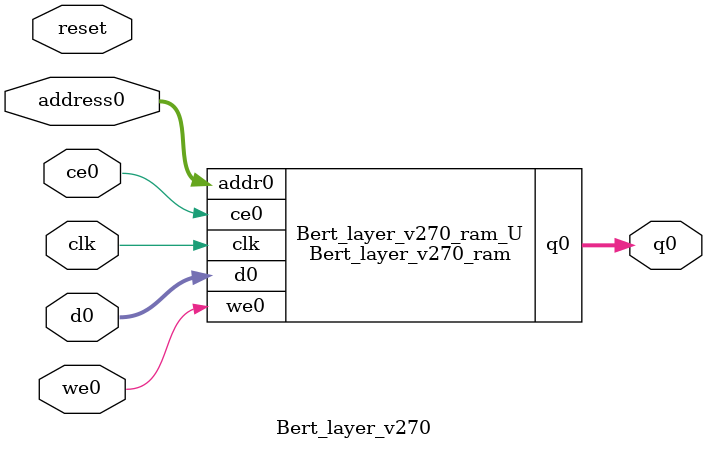
<source format=v>
`timescale 1 ns / 1 ps
module Bert_layer_v270_ram (addr0, ce0, d0, we0, q0,  clk);

parameter DWIDTH = 32;
parameter AWIDTH = 14;
parameter MEM_SIZE = 9216;

input[AWIDTH-1:0] addr0;
input ce0;
input[DWIDTH-1:0] d0;
input we0;
output reg[DWIDTH-1:0] q0;
input clk;

(* ram_style = "block" *)reg [DWIDTH-1:0] ram[0:MEM_SIZE-1];




always @(posedge clk)  
begin 
    if (ce0) begin
        if (we0) 
            ram[addr0] <= d0; 
        q0 <= ram[addr0];
    end
end


endmodule

`timescale 1 ns / 1 ps
module Bert_layer_v270(
    reset,
    clk,
    address0,
    ce0,
    we0,
    d0,
    q0);

parameter DataWidth = 32'd32;
parameter AddressRange = 32'd9216;
parameter AddressWidth = 32'd14;
input reset;
input clk;
input[AddressWidth - 1:0] address0;
input ce0;
input we0;
input[DataWidth - 1:0] d0;
output[DataWidth - 1:0] q0;



Bert_layer_v270_ram Bert_layer_v270_ram_U(
    .clk( clk ),
    .addr0( address0 ),
    .ce0( ce0 ),
    .we0( we0 ),
    .d0( d0 ),
    .q0( q0 ));

endmodule


</source>
